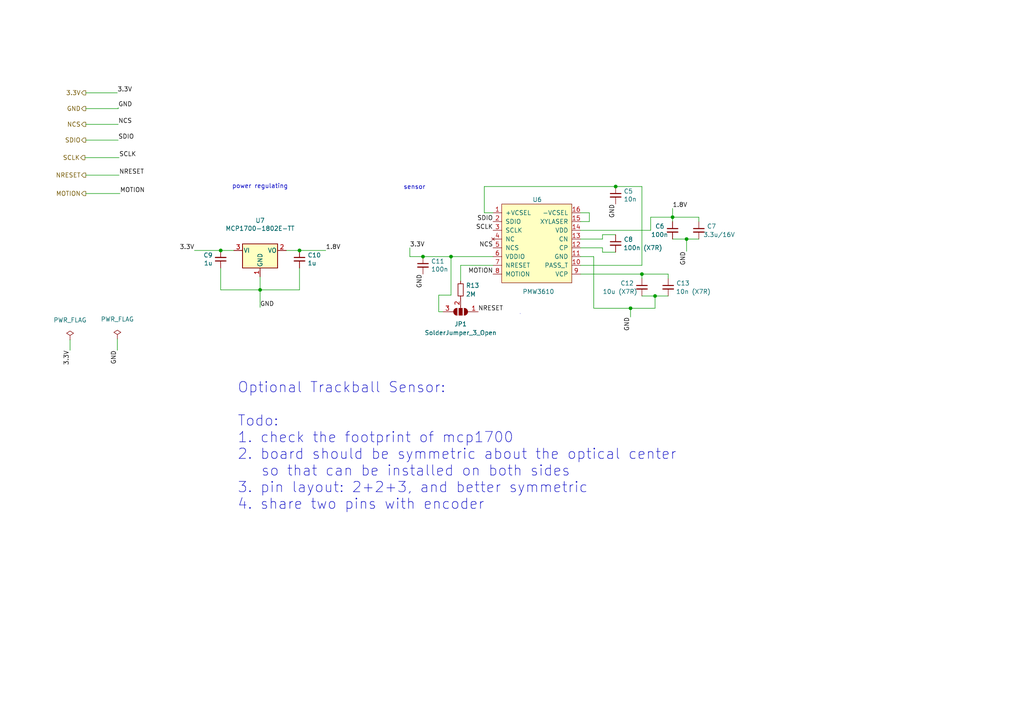
<source format=kicad_sch>
(kicad_sch (version 20211123) (generator eeschema)
  (paper "A4")
  (lib_symbols
    (symbol "Device:C_Small" (pin_numbers hide) (pin_names (offset 0.254) hide)
      (property "Reference" "C" (at 0.254 1.778 0))
      (property "Value" "C_Small" (at 0.254 -2.032 0))
      (symbol "C_Small_0_1"
        (polyline (pts (xy -1.524 -0.508) (xy 1.524 -0.508)) (stroke (width 0.3302)))
        (polyline (pts (xy -1.524 0.508) (xy 1.524 0.508)) (stroke (width 0.3048)))
      )
      (symbol "C_Small_1_1"
        (pin passive line (at 0 2.54 270) (length 2.032) (name "~") (number "1"))
        (pin passive line (at 0 -2.54 90) (length 2.032) (name "~") (number "2"))
      )
    )
    (symbol "Device:R_Small" (pin_numbers hide) (pin_names (offset 0.254) hide)
      (property "Reference" "R" (at 0.762 0.508 0))
      (property "Value" "R_Small" (at 0.762 -1.016 0))
      (symbol "R_Small_0_1"
        (rectangle (start -0.762 1.778) (end 0.762 -1.778) (stroke (width 0.2032)))
      )
      (symbol "R_Small_1_1"
        (pin passive line (at 0 2.54 270) (length 0.762) (name "~") (number "1"))
        (pin passive line (at 0 -2.54 90) (length 0.762) (name "~") (number "2"))
      )
    )
    (symbol "Jumper:SolderJumper_3_Open" (pin_names (offset 0) hide)
      (property "Reference" "JP" (at -2.54 -2.54 0))
      (property "Value" "SolderJumper_3_Open" (at 0 2.794 0))
      (symbol "SolderJumper_3_Open_0_1"
        (arc (start -1.016 1.016) (mid -2.032 0) (end -1.016 -1.016))
        (arc (start -1.016 1.016) (mid -2.032 0) (end -1.016 -1.016) (fill (type outline)))
        (rectangle (start -0.508 1.016) (end 0.508 -1.016) (fill (type outline)))
        (polyline (pts (xy -2.54 0) (xy -2.032 0)))
        (polyline (pts (xy -1.016 1.016) (xy -1.016 -1.016)))
        (polyline (pts (xy 0 -1.27) (xy 0 -1.016)))
        (polyline (pts (xy 1.016 1.016) (xy 1.016 -1.016)))
        (polyline (pts (xy 2.54 0) (xy 2.032 0)))
        (arc (start 1.016 -1.016) (mid 2.032 0) (end 1.016 1.016))
        (arc (start 1.016 -1.016) (mid 2.032 0) (end 1.016 1.016) (fill (type outline)))
      )
      (symbol "SolderJumper_3_Open_1_1"
        (pin passive line (at -5.08 0 0) (length 2.54) (name "A") (number "1"))
        (pin passive line (at 0 -3.81 90) (length 2.54) (name "C") (number "2"))
        (pin passive line (at 5.08 0 180) (length 2.54) (name "B") (number "3"))
      )
    )
    (symbol "Regulator_Linear:MCP1700-1802E_SOT23" (pin_names (offset 0.254))
      (property "Reference" "U" (at -3.81 3.175 0))
      (property "Value" "MCP1700-1802E_SOT23" (at 0 3.175 0))
      (symbol "MCP1700-1802E_SOT23_0_1"
        (rectangle (start -5.08 1.905) (end 5.08 -5.08) (stroke (width 0.254)) (fill (type background)))
      )
      (symbol "MCP1700-1802E_SOT23_1_1"
        (pin power_in line (at 0 -7.62 90) (length 2.54) (name "GND") (number "1"))
        (pin power_out line (at 7.62 0 180) (length 2.54) (name "VO") (number "2"))
        (pin power_in line (at -7.62 0 0) (length 2.54) (name "VI") (number "3"))
      )
    )
    (symbol "mysymbol:PMW3610" (pin_names (offset 1.016))
      (property "Reference" "U?" (at -1.27 17.78 0))
      (property "Value" "PMW3610" (at 10.16 -12.7 0))
      (symbol "PMW3610_0_0"
        (pin input line (at -12.7 10.16 0) (length 2.54) (name "+VCSEL") (number "1"))
        (pin passive line (at 12.7 -5.08 180) (length 2.54) (name "PASS_T") (number "10"))
        (pin input line (at 12.7 -2.54 180) (length 2.54) (name "GND") (number "11"))
        (pin passive line (at 12.7 0 180) (length 2.54) (name "CP") (number "12"))
        (pin passive line (at 12.7 2.54 180) (length 2.54) (name "CN") (number "13"))
        (pin power_in line (at 12.7 5.08 180) (length 2.54) (name "VDD") (number "14"))
        (pin passive line (at 12.7 7.62 180) (length 2.54) (name "XYLASER") (number "15"))
        (pin passive line (at 12.7 10.16 180) (length 2.54) (name "-VCSEL") (number "16"))
        (pin bidirectional line (at -12.7 7.62 0) (length 2.54) (name "SDIO") (number "2"))
        (pin input line (at -12.7 5.08 0) (length 2.54) (name "SCLK") (number "3"))
        (pin no_connect line (at -12.7 2.54 0) (length 2.54) (name "NC") (number "4"))
        (pin input line (at -12.7 0 0) (length 2.54) (name "NCS") (number "5"))
        (pin input line (at -12.7 -2.54 0) (length 2.54) (name "VDDIO") (number "6"))
        (pin input line (at -12.7 -5.08 0) (length 2.54) (name "NRESET") (number "7"))
        (pin output line (at -12.7 -7.62 0) (length 2.54) (name "MOTION") (number "8"))
        (pin passive line (at 12.7 -7.62 180) (length 2.54) (name "VCP") (number "9"))
      )
      (symbol "PMW3610_0_1"
        (rectangle (start -10.16 12.7) (end 10.16 -10.16) (fill (type background)))
      )
    )
    (symbol "power:PWR_FLAG" (power) (pin_numbers hide) (pin_names (offset 0) hide)
      (property "Value" "PWR_FLAG" (at 0 3.81 0))
      (symbol "PWR_FLAG_0_0"
        (pin power_out line (at 0 0 90) (length 0) (name "pwr") (number "1"))
      )
      (symbol "PWR_FLAG_0_1"
        (polyline (pts (xy 0 0) (xy 0 1.27) (xy -1.016 1.905) (xy 0 2.54) (xy 1.016 1.905) (xy 0 1.27)))
      )
    )
  )
  (junction (at 130.81 74.422))
  (junction (at 178.562 54.102))
  (junction (at 75.438 84.074))
  (junction (at 189.992 85.852))
  (junction (at 195.072 62.992))
  (junction (at 182.88 89.408))
  (junction (at 199.136 69.342))
  (junction (at 64.008 72.644))
  (junction (at 86.868 72.644))
  (junction (at 122.682 74.422))
  (junction (at 186.182 79.502))
  (wire (pts (xy 168.402 76.962) (xy 186.182 76.962)))
  (wire (pts (xy 75.438 80.264) (xy 75.438 84.074)))
  (wire (pts (xy 188.722 66.802) (xy 188.722 62.992)))
  (wire (pts (xy 34.036 98.298) (xy 34.036 101.6)))
  (wire (pts (xy 199.136 69.342) (xy 199.136 72.898)))
  (wire (pts (xy 174.752 69.342) (xy 174.752 68.072)))
  (wire (pts (xy 168.402 66.802) (xy 188.722 66.802)))
  (wire (pts (xy 133.604 76.962) (xy 133.604 81.534)))
  (wire (pts (xy 64.008 77.724) (xy 64.008 84.074)))
  (wire (pts (xy 172.212 89.408) (xy 182.88 89.408)))
  (wire (pts (xy 168.402 61.722) (xy 170.942 61.722)))
  (wire (pts (xy 168.402 64.262) (xy 170.942 64.262)))
  (wire (pts (xy 168.402 71.882) (xy 174.752 71.882)))
  (wire (pts (xy 64.008 84.074) (xy 75.438 84.074)))
  (wire (pts (xy 186.182 54.102) (xy 178.562 54.102)))
  (wire (pts (xy 127.254 90.424) (xy 128.524 90.424)))
  (wire (pts (xy 178.562 54.102) (xy 140.462 54.102)))
  (wire (pts (xy 182.88 89.408) (xy 182.88 91.948)))
  (wire (pts (xy 195.072 62.992) (xy 195.072 64.262)))
  (wire (pts (xy 118.872 71.882) (xy 118.872 74.422)))
  (wire (pts (xy 94.488 72.644) (xy 86.868 72.644)))
  (wire (pts (xy 24.892 50.8) (xy 34.544 50.8)))
  (wire (pts (xy 34.29 31.496) (xy 34.29 31.242)))
  (wire (pts (xy 174.752 73.152) (xy 178.562 73.152)))
  (wire (pts (xy 168.402 74.422) (xy 172.212 74.422)))
  (wire (pts (xy 130.81 85.598) (xy 127.254 85.598)))
  (wire (pts (xy 188.722 62.992) (xy 195.072 62.992)))
  (wire (pts (xy 199.136 69.342) (xy 202.692 69.342)))
  (wire (pts (xy 130.81 74.422) (xy 130.81 85.598)))
  (polyline (pts (xy 150.876 90.932) (xy 150.876 90.932)))
  (wire (pts (xy 140.462 61.722) (xy 143.002 61.722)))
  (wire (pts (xy 195.072 69.342) (xy 199.136 69.342)))
  (wire (pts (xy 186.182 79.502) (xy 186.182 80.772)))
  (wire (pts (xy 186.182 85.852) (xy 189.992 85.852)))
  (wire (pts (xy 174.752 68.072) (xy 178.562 68.072)))
  (wire (pts (xy 202.692 62.992) (xy 202.692 64.262)))
  (wire (pts (xy 189.992 89.408) (xy 189.992 85.852)))
  (wire (pts (xy 24.892 26.924) (xy 34.036 26.924)))
  (wire (pts (xy 140.462 54.102) (xy 140.462 61.722)))
  (wire (pts (xy 168.402 69.342) (xy 174.752 69.342)))
  (wire (pts (xy 174.752 71.882) (xy 174.752 73.152)))
  (wire (pts (xy 186.182 76.962) (xy 186.182 54.102)))
  (wire (pts (xy 24.638 45.72) (xy 34.544 45.72)))
  (wire (pts (xy 193.802 79.502) (xy 193.802 80.772)))
  (wire (pts (xy 122.682 74.422) (xy 130.81 74.422)))
  (wire (pts (xy 86.868 77.724) (xy 86.868 84.074)))
  (wire (pts (xy 24.892 56.134) (xy 34.798 56.134)))
  (wire (pts (xy 189.992 85.852) (xy 193.802 85.852)))
  (wire (pts (xy 83.058 72.644) (xy 86.868 72.644)))
  (wire (pts (xy 56.388 72.644) (xy 64.008 72.644)))
  (wire (pts (xy 20.32 98.552) (xy 20.32 101.6)))
  (wire (pts (xy 195.072 62.992) (xy 202.692 62.992)))
  (wire (pts (xy 75.438 84.074) (xy 75.438 89.154)))
  (wire (pts (xy 24.892 36.068) (xy 34.29 36.068)))
  (wire (pts (xy 64.008 72.644) (xy 67.818 72.644)))
  (wire (pts (xy 170.942 61.722) (xy 170.942 64.262)))
  (wire (pts (xy 24.892 40.64) (xy 34.29 40.64)))
  (wire (pts (xy 195.072 60.452) (xy 195.072 62.992)))
  (wire (pts (xy 86.868 84.074) (xy 75.438 84.074)))
  (wire (pts (xy 127.254 85.598) (xy 127.254 90.424)))
  (wire (pts (xy 186.182 79.502) (xy 193.802 79.502)))
  (wire (pts (xy 118.872 74.422) (xy 122.682 74.422)))
  (wire (pts (xy 168.402 79.502) (xy 186.182 79.502)))
  (wire (pts (xy 133.604 76.962) (xy 143.002 76.962)))
  (wire (pts (xy 182.88 89.408) (xy 189.992 89.408)))
  (wire (pts (xy 24.892 31.496) (xy 34.29 31.496)))
  (wire (pts (xy 130.81 74.422) (xy 143.002 74.422)))
  (wire (pts (xy 172.212 74.422) (xy 172.212 89.408)))
  (text "Optional Trackball Sensor:\n\nTodo:\n1. check the footprint of mcp1700\n2. board should be symmetric about the optical center\n   so that can be installed on both sides\n3. pin layout: 2+2+3, and better symmetric\n4. share two pins with encoder" (at 68.834 148.082 0) (effects (font (size 3 3)) (justify left bottom)))
  (text "sensor" (at 123.444 55.118 180) (effects (font (size 1.27 1.27)) (justify right bottom)))
  (text "power regulating" (at 83.566 54.864 180) (effects (font (size 1.27 1.27)) (justify right bottom)))
  (label "NRESET" (at 34.544 50.8 0))
  (label "1.8V" (at 94.488 72.644 0))
  (label "3.3V" (at 34.036 26.924 0))
  (label "GND" (at 75.438 89.154 0))
  (label "GND" (at 34.29 31.242 0))
  (label "GND" (at 122.682 79.502 270))
  (label "1.8V" (at 195.072 60.452 0))
  (label "SCLK" (at 34.544 45.72 0))
  (label "3.3V" (at 20.32 101.6 270))
  (label "MOTION" (at 34.798 56.134 0))
  (label "SDIO" (at 34.29 40.64 0))
  (label "NRESET" (at 138.684 90.424 0))
  (label "SDIO" (at 143.002 64.262 180))
  (label "GND" (at 34.036 101.6 270))
  (label "SCLK" (at 143.002 66.802 180))
  (label "GND" (at 182.88 91.948 270))
  (label "GND" (at 178.562 59.182 270))
  (label "3.3V" (at 118.872 71.882 0))
  (label "NCS" (at 143.002 71.882 180))
  (label "MOTION" (at 143.002 79.502 180))
  (label "NCS" (at 34.29 36.068 0))
  (label "3.3V" (at 56.388 72.644 180))
  (label "GND" (at 199.136 72.898 270))
  (hierarchical_label "NCS" (shape output) (at 24.892 36.068 180))
  (hierarchical_label "NRESET" (shape output) (at 24.892 50.8 180))
  (hierarchical_label "3.3V" (shape output) (at 24.892 26.924 180))
  (hierarchical_label "GND" (shape output) (at 24.892 31.496 180))
  (hierarchical_label "SDIO" (shape output) (at 24.892 40.64 180))
  (hierarchical_label "MOTION" (shape output) (at 24.892 56.134 180))
  (hierarchical_label "SCLK" (shape output) (at 24.638 45.72 180))
  (symbol (lib_id "Device:C_Small") (at 122.682 76.962 0) (unit 1)
    (property "Reference" "C11" (at 125.0188 75.7936 0) (effects (justify left)))
    (property "Value" "100n" (at 125.0188 78.105 0) (effects (justify left)))
    (property "Footprint" "Capacitor_SMD:C_0603_1608Metric" (effects hide))
    (property "LCSC" "C19666" (effects hide))
  )
  (symbol (lib_id "Device:C_Small") (at 86.868 75.184 0) (unit 1)
    (property "Reference" "C10" (at 89.2048 74.0156 0) (effects (justify left)))
    (property "Value" "1u" (at 89.2048 76.327 0) (effects (justify left)))
    (property "Footprint" "Capacitor_SMD:C_0603_1608Metric" (effects hide))
    (property "LCSC" "C15849" (effects hide))
  )
  (symbol (lib_id "Device:C_Small") (at 178.562 70.612 0) (unit 1)
    (property "Reference" "C8" (at 180.8988 69.4436 0) (effects (justify left)))
    (property "Value" " 100n (X7R)" (at 179.832 71.882 0) (effects (justify left)))
    (property "Footprint" "Capacitor_SMD:C_0603_1608Metric" (effects hide))
    (property "LCSC" "C19666" (effects hide))
  )
  (symbol (lib_id "power:PWR_FLAG") (at 20.32 98.552 0) (unit 1)
    (property "Reference" "#FLG0105" (effects hide))
    (property "Value" "PWR_FLAG" (at 20.32 92.837 0))
  )
  (symbol (lib_id "Device:C_Small") (at 64.008 75.184 0) (mirror x) (unit 1)
    (property "Reference" "C9" (at 61.6966 74.0156 0) (effects (justify right)))
    (property "Value" "1u" (at 61.6966 76.327 0) (effects (justify right)))
    (property "Footprint" "Capacitor_SMD:C_0603_1608Metric" (effects hide))
    (property "LCSC" "C14663" (effects hide))
  )
  (symbol (lib_id "Device:R_Small") (at 133.604 84.074 180) (unit 1)
    (property "Reference" "R13" (at 135.128 82.8039 0) (effects (justify right)))
    (property "Value" "2M" (at 135.128 85.3439 0) (effects (justify right)))
    (property "Footprint" "Resistor_SMD:R_0603_1608Metric" (effects hide))
  )
  (symbol (lib_id "Regulator_Linear:MCP1700-1802E_SOT23") (at 75.438 72.644 0) (unit 1)
    (property "Reference" "U7" (at 75.438 63.9572 0))
    (property "Value" "MCP1700-1802E-TT" (at 75.438 66.2686 0))
    (property "Footprint" "Package_TO_SOT_SMD:SOT-23" (effects hide))
    (property "Datasheet" "http://ww1.microchip.com/downloads/en/DeviceDoc/20001826D.pdf" (effects hide))
  )
  (symbol (lib_id "Jumper:SolderJumper_3_Open") (at 133.604 90.424 180) (unit 1)
    (property "Reference" "JP1" (at 133.604 93.98 0))
    (property "Value" "SolderJumper_3_Open" (at 133.604 96.52 0))
    (property "Footprint" "Jumper:SolderJumper-3_P1.3mm_Open_RoundedPad1.0x1.5mm_NumberLabels" (effects hide))
  )
  (symbol (lib_id "power:PWR_FLAG") (at 34.036 98.298 0) (unit 1)
    (property "Reference" "#FLG0104" (effects hide))
    (property "Value" "PWR_FLAG" (at 34.036 92.583 0))
  )
  (symbol (lib_id "Device:C_Small") (at 193.802 83.312 0) (unit 1)
    (property "Reference" "C13" (at 196.1388 82.1436 0) (effects (justify left)))
    (property "Value" " 10n (X7R)" (at 195.072 84.582 0) (effects (justify left)))
    (property "Footprint" "Capacitor_SMD:C_0603_1608Metric" (effects hide))
    (property "LCSC" "C19666" (effects hide))
  )
  (symbol (lib_id "mysymbol:PMW3610") (at 155.702 71.882 0) (unit 1)
    (property "Reference" "U6" (at 154.432 57.912 0) (effects (justify left)))
    (property "Value" "PMW3610" (at 160.782 84.582 0) (effects (justify right)))
    (property "Footprint" "mylib:PMW3610" (effects hide))
  )
  (symbol (lib_id "Device:C_Small") (at 186.182 83.312 0) (mirror y) (unit 1)
    (property "Reference" "C12" (at 183.8452 82.1436 0) (effects (justify left)))
    (property "Value" " 10u (X7R)" (at 184.912 84.582 0) (effects (justify left)))
    (property "Footprint" "Capacitor_SMD:C_0603_1608Metric" (effects hide))
    (property "LCSC" "C19666" (effects hide))
  )
  (symbol (lib_id "Device:C_Small") (at 195.072 66.802 0) (mirror y) (unit 1)
    (property "Reference" "C6" (at 192.7352 65.6336 0) (effects (justify left)))
    (property "Value" "100n" (at 193.802 68.072 0) (effects (justify left)))
    (property "Footprint" "Capacitor_SMD:C_0603_1608Metric" (effects hide))
    (property "LCSC" "C19666" (effects hide))
  )
  (symbol (lib_id "Device:C_Small") (at 202.692 66.802 0) (unit 1)
    (property "Reference" "C7" (at 205.0288 65.6336 0) (effects (justify left)))
    (property "Value" "3.3u/16V" (at 203.962 68.072 0) (effects (justify left)))
    (property "Footprint" "Capacitor_SMD:C_0603_1608Metric" (effects hide))
    (property "LCSC" "C19666" (effects hide))
  )
  (symbol (lib_id "Device:C_Small") (at 178.562 56.642 0) (unit 1)
    (property "Reference" "C5" (at 180.8988 55.4736 0) (effects (justify left)))
    (property "Value" "10n" (at 180.8988 57.785 0) (effects (justify left)))
    (property "Footprint" "Capacitor_SMD:C_0603_1608Metric" (effects hide))
    (property "LCSC" "C19666" (effects hide))
  )
)
</source>
